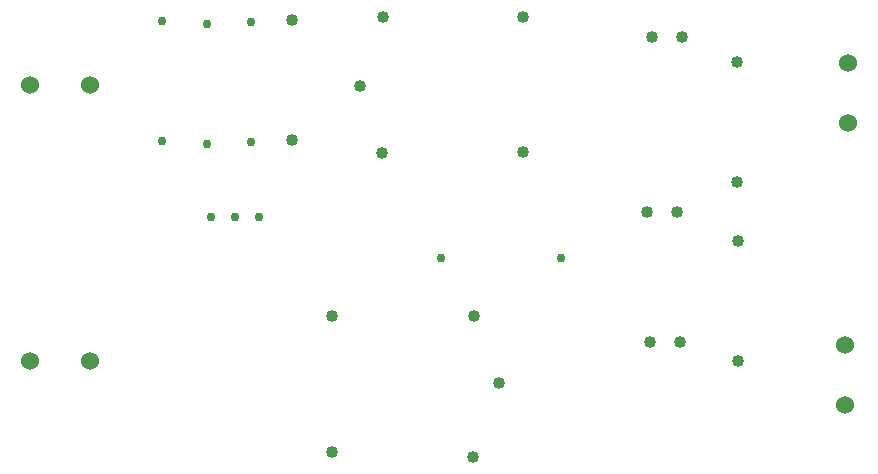
<source format=gbr>
G04 PROTEUS GERBER X2 FILE*
%TF.GenerationSoftware,Labcenter,Proteus,8.13-SP0-Build31525*%
%TF.CreationDate,2024-10-28T14:47:28+00:00*%
%TF.FileFunction,Plated,1,2,PTH*%
%TF.FilePolarity,Positive*%
%TF.Part,Single*%
%TF.SameCoordinates,{34124c4d-f2d1-4a7d-b498-645d5fdee650}*%
%FSLAX45Y45*%
%MOMM*%
G01*
%TA.AperFunction,ComponentDrill*%
%ADD40C,1.524000*%
%ADD41C,0.762000*%
%ADD42C,1.016000*%
%TD.AperFunction*%
D40*
X+1250000Y+3700000D03*
X+742000Y+3700000D03*
X+1250000Y+1360000D03*
X+742000Y+1360000D03*
D41*
X+2610000Y+4230000D03*
X+2610000Y+3214000D03*
D42*
X+2960000Y+3234000D03*
X+2960000Y+4250000D03*
X+3730000Y+4270000D03*
X+3720000Y+3120000D03*
X+3540000Y+3690000D03*
X+4920000Y+4270000D03*
X+4920000Y+3130000D03*
X+6260000Y+4100000D03*
X+6006000Y+4100000D03*
X+6220000Y+2620000D03*
X+5966000Y+2620000D03*
X+6740000Y+1364000D03*
X+6740000Y+2380000D03*
X+6250000Y+1520000D03*
X+5996000Y+1520000D03*
D41*
X+5240000Y+2230000D03*
X+4224000Y+2230000D03*
X+2240000Y+3200000D03*
X+2240000Y+4216000D03*
X+1860000Y+4240000D03*
X+1860000Y+3224000D03*
D42*
X+4490000Y+550000D03*
X+4500000Y+1740000D03*
X+4710000Y+1170000D03*
X+3300000Y+590000D03*
X+3300000Y+1740000D03*
D40*
X+7640000Y+1500000D03*
X+7640000Y+992000D03*
D41*
X+2276800Y+2580000D03*
X+2480000Y+2580000D03*
X+2683200Y+2580000D03*
D40*
X+7670000Y+3880000D03*
X+7670000Y+3372000D03*
D42*
X+6730000Y+2874000D03*
X+6730000Y+3890000D03*
M02*

</source>
